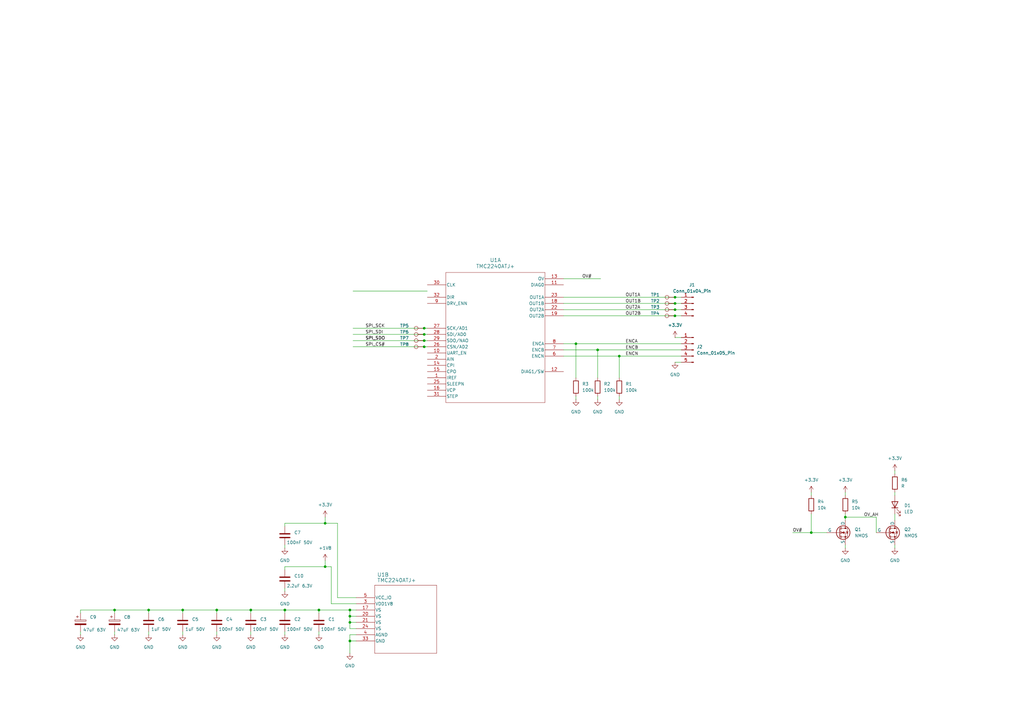
<source format=kicad_sch>
(kicad_sch (version 20250114) (generator "eeschema") (generator_version "9.0")
  (paper "A3")
  (lib_symbols
    (symbol "Connector:Conn_01x04_Pin" (pin_names (offset 1.016) (hide yes))
      (property "Reference" "J" (at 0 5.08 0))
      (property "Value" "Conn_01x04_Pin" (at 0 -7.62 0))
      (symbol "Conn_01x04_Pin_1_1"
        (rectangle (start 0.8636 2.667) (end 0 2.413) (stroke (width 0.1524)) (fill (type outline)))
        (rectangle (start 0.8636 0.127) (end 0 -0.127) (stroke (width 0.1524)) (fill (type outline)))
        (rectangle (start 0.8636 -2.413) (end 0 -2.667) (stroke (width 0.1524)) (fill (type outline)))
        (rectangle (start 0.8636 -4.953) (end 0 -5.207) (stroke (width 0.1524)) (fill (type outline)))
        (polyline (pts (xy 1.27 2.54) (xy 0.8636 2.54)) (stroke (width 0.1524)))
        (polyline (pts (xy 1.27 0) (xy 0.8636 0)) (stroke (width 0.1524)))
        (polyline (pts (xy 1.27 -2.54) (xy 0.8636 -2.54)) (stroke (width 0.1524)))
        (polyline (pts (xy 1.27 -5.08) (xy 0.8636 -5.08)) (stroke (width 0.1524)))
        (pin passive line (at 5.08 2.54 180) (length 3.81) (name "Pin_1") (number "1"))
        (pin passive line (at 5.08 0 180) (length 3.81) (name "Pin_2") (number "2"))
        (pin passive line (at 5.08 -2.54 180) (length 3.81) (name "Pin_3") (number "3"))
        (pin passive line (at 5.08 -5.08 180) (length 3.81) (name "Pin_4") (number "4"))
      )
    )
    (symbol "Connector:Conn_01x05_Pin" (pin_names (offset 1.016) (hide yes))
      (property "Reference" "J" (at 0 7.62 0))
      (property "Value" "Conn_01x05_Pin" (at 0 -7.62 0))
      (symbol "Conn_01x05_Pin_1_1"
        (rectangle (start 0.8636 5.207) (end 0 4.953) (stroke (width 0.1524)) (fill (type outline)))
        (rectangle (start 0.8636 2.667) (end 0 2.413) (stroke (width 0.1524)) (fill (type outline)))
        (rectangle (start 0.8636 0.127) (end 0 -0.127) (stroke (width 0.1524)) (fill (type outline)))
        (rectangle (start 0.8636 -2.413) (end 0 -2.667) (stroke (width 0.1524)) (fill (type outline)))
        (rectangle (start 0.8636 -4.953) (end 0 -5.207) (stroke (width 0.1524)) (fill (type outline)))
        (polyline (pts (xy 1.27 5.08) (xy 0.8636 5.08)) (stroke (width 0.1524)))
        (polyline (pts (xy 1.27 2.54) (xy 0.8636 2.54)) (stroke (width 0.1524)))
        (polyline (pts (xy 1.27 0) (xy 0.8636 0)) (stroke (width 0.1524)))
        (polyline (pts (xy 1.27 -2.54) (xy 0.8636 -2.54)) (stroke (width 0.1524)))
        (polyline (pts (xy 1.27 -5.08) (xy 0.8636 -5.08)) (stroke (width 0.1524)))
        (pin passive line (at 5.08 5.08 180) (length 3.81) (name "Pin_1") (number "1"))
        (pin passive line (at 5.08 2.54 180) (length 3.81) (name "Pin_2") (number "2"))
        (pin passive line (at 5.08 0 180) (length 3.81) (name "Pin_3") (number "3"))
        (pin passive line (at 5.08 -2.54 180) (length 3.81) (name "Pin_4") (number "4"))
        (pin passive line (at 5.08 -5.08 180) (length 3.81) (name "Pin_5") (number "5"))
      )
    )
    (symbol "Connector:TestPoint" (pin_numbers (hide yes)) (pin_names (offset 0.762) (hide yes))
      (property "Reference" "TP" (at 0 6.858 0))
      (property "Value" "TestPoint" (at 0 5.08 0))
      (symbol "TestPoint_0_1"
        (circle (center 0 3.302) (radius 0.762))
      )
      (symbol "TestPoint_1_1"
        (pin passive line (at 0 0 90) (length 2.54) (name "1") (number "1"))
      )
    )
    (symbol "Device:C" (pin_numbers (hide yes)) (pin_names (offset 0.254))
      (property "Reference" "C" (at 0.635 2.54 0))
      (property "Value" "C" (at 0.635 -2.54 0))
      (symbol "C_0_1"
        (polyline (pts (xy -2.032 0.762) (xy 2.032 0.762)) (stroke (width 0.508)))
        (polyline (pts (xy -2.032 -0.762) (xy 2.032 -0.762)) (stroke (width 0.508)))
      )
      (symbol "C_1_1"
        (pin passive line (at 0 3.81 270) (length 2.794) (name "~") (number "1"))
        (pin passive line (at 0 -3.81 90) (length 2.794) (name "~") (number "2"))
      )
    )
    (symbol "Device:C_Polarized" (pin_numbers (hide yes)) (pin_names (offset 0.254))
      (property "Reference" "C" (at 0.635 2.54 0))
      (property "Value" "C_Polarized" (at 0.635 -2.54 0))
      (symbol "C_Polarized_0_1"
        (rectangle (start -2.286 0.508) (end 2.286 1.016))
        (polyline (pts (xy -1.778 2.286) (xy -0.762 2.286)))
        (polyline (pts (xy -1.27 2.794) (xy -1.27 1.778)))
        (rectangle (start 2.286 -0.508) (end -2.286 -1.016) (fill (type outline)))
      )
      (symbol "C_Polarized_1_1"
        (pin passive line (at 0 3.81 270) (length 2.794) (name "~") (number "1"))
        (pin passive line (at 0 -3.81 90) (length 2.794) (name "~") (number "2"))
      )
    )
    (symbol "Device:LED" (pin_numbers (hide yes)) (pin_names (offset 1.016) (hide yes))
      (property "Reference" "D" (at 0 2.54 0))
      (property "Value" "LED" (at 0 -2.54 0))
      (symbol "LED_0_1"
        (polyline (pts (xy -3.048 -0.762) (xy -4.572 -2.286) (xy -3.81 -2.286) (xy -4.572 -2.286) (xy -4.572 -1.524)))
        (polyline (pts (xy -1.778 -0.762) (xy -3.302 -2.286) (xy -2.54 -2.286) (xy -3.302 -2.286) (xy -3.302 -1.524)))
        (polyline (pts (xy -1.27 0) (xy 1.27 0)))
        (polyline (pts (xy -1.27 -1.27) (xy -1.27 1.27)) (stroke (width 0.254)))
        (polyline (pts (xy 1.27 -1.27) (xy 1.27 1.27) (xy -1.27 0) (xy 1.27 -1.27)) (stroke (width 0.254)))
      )
      (symbol "LED_1_1"
        (pin passive line (at -3.81 0 0) (length 2.54) (name "K") (number "1"))
        (pin passive line (at 3.81 0 180) (length 2.54) (name "A") (number "2"))
      )
    )
    (symbol "Device:R" (pin_numbers (hide yes)) (pin_names (offset 0))
      (property "Reference" "R" (at 2.032 0 90))
      (property "Value" "R" (at 0 0 90))
      (symbol "R_0_1"
        (rectangle (start -1.016 -2.54) (end 1.016 2.54) (stroke (width 0.254)))
      )
      (symbol "R_1_1"
        (pin passive line (at 0 3.81 270) (length 1.27) (name "~") (number "1"))
        (pin passive line (at 0 -3.81 90) (length 1.27) (name "~") (number "2"))
      )
    )
    (symbol "Simulation_SPICE:NMOS" (pin_numbers (hide yes)) (pin_names (offset 0))
      (property "Reference" "Q" (at 5.08 1.27 0))
      (property "Value" "NMOS" (at 5.08 -1.27 0))
      (symbol "NMOS_0_1"
        (polyline (pts (xy 0.254 1.905) (xy 0.254 -1.905)) (stroke (width 0.254)))
        (polyline (pts (xy 0.254 0) (xy -2.54 0)))
        (polyline (pts (xy 0.762 2.286) (xy 0.762 1.27)) (stroke (width 0.254)))
        (polyline (pts (xy 0.762 0.508) (xy 0.762 -0.508)) (stroke (width 0.254)))
        (polyline (pts (xy 0.762 -1.27) (xy 0.762 -2.286)) (stroke (width 0.254)))
        (polyline (pts (xy 0.762 -1.778) (xy 3.302 -1.778) (xy 3.302 1.778) (xy 0.762 1.778)))
        (polyline (pts (xy 1.016 0) (xy 2.032 0.381) (xy 2.032 -0.381) (xy 1.016 0)) (fill (type outline)))
        (circle (center 1.651 0) (radius 2.794) (stroke (width 0.254)))
        (polyline (pts (xy 2.54 2.54) (xy 2.54 1.778)))
        (circle (center 2.54 1.778) (radius 0.254) (fill (type outline)))
        (circle (center 2.54 -1.778) (radius 0.254) (fill (type outline)))
        (polyline (pts (xy 2.54 -2.54) (xy 2.54 0) (xy 0.762 0)))
        (polyline (pts (xy 2.794 0.508) (xy 2.921 0.381) (xy 3.683 0.381) (xy 3.81 0.254)))
        (polyline (pts (xy 3.302 0.381) (xy 2.921 -0.254) (xy 3.683 -0.254) (xy 3.302 0.381)))
      )
      (symbol "NMOS_1_1"
        (pin input line (at -5.08 0 0) (length 2.54) (name "G") (number "2"))
        (pin passive line (at 2.54 5.08 270) (length 2.54) (name "D") (number "1"))
        (pin passive line (at 2.54 -5.08 90) (length 2.54) (name "S") (number "3"))
      )
    )
    (symbol "TMC2240ATJ+_1" (pin_names (offset 0.254))
      (property "Reference" "U" (at 27.94 10.16 0))
      (property "Value" "TMC2240ATJ+" (at 27.94 7.62 0))
      (symbol "TMC2240ATJ+_1_1_1"
        (polyline (pts (xy 7.62 5.08) (xy 7.62 -48.26)) (stroke (width 0.127)))
        (polyline (pts (xy 7.62 -48.26) (xy 48.26 -48.26)) (stroke (width 0.127)))
        (polyline (pts (xy 48.26 5.08) (xy 7.62 5.08)) (stroke (width 0.127)))
        (polyline (pts (xy 48.26 -48.26) (xy 48.26 5.08)) (stroke (width 0.127)))
        (pin input line (at 0 0 0) (length 7.62) (name "CLK") (number "30"))
        (pin input line (at 0 -5.08 0) (length 7.62) (name "DIR") (number "32"))
        (pin input line (at 0 -7.62 0) (length 7.62) (name "DRV_ENN") (number "9"))
        (pin input line (at 0 -17.78 0) (length 7.62) (name "SCK/AD1") (number "27"))
        (pin input line (at 0 -20.32 0) (length 7.62) (name "SDI/AD0") (number "28"))
        (pin output line (at 0 -22.86 0) (length 7.62) (name "SDO/NAO") (number "29"))
        (pin input line (at 0 -25.4 0) (length 7.62) (name "CSN/AD2") (number "26"))
        (pin input line (at 0 -27.94 0) (length 7.62) (name "UART_EN") (number "10"))
        (pin unspecified line (at 0 -30.48 0) (length 7.62) (name "AIN") (number "2"))
        (pin unspecified line (at 0 -33.02 0) (length 7.62) (name "CPI") (number "14"))
        (pin unspecified line (at 0 -35.56 0) (length 7.62) (name "CPO") (number "15"))
        (pin unspecified line (at 0 -38.1 0) (length 7.62) (name "IREF") (number "1"))
        (pin unspecified line (at 0 -40.64 0) (length 7.62) (name "SLEEPN") (number "25"))
        (pin unspecified line (at 0 -43.18 0) (length 7.62) (name "VCP") (number "16"))
        (pin input line (at 0 -45.72 0) (length 7.62) (name "STEP") (number "31"))
        (pin output line (at 55.88 2.54 180) (length 7.62) (name "OV") (number "13"))
        (pin output line (at 55.88 0 180) (length 7.62) (name "DIAG0") (number "11"))
        (pin unspecified line (at 55.88 -5.08 180) (length 7.62) (name "OUT1A") (number "23"))
        (pin unspecified line (at 55.88 -7.62 180) (length 7.62) (name "OUT1B") (number "18"))
        (pin unspecified line (at 55.88 -10.16 180) (length 7.62) (name "OUT2A") (number "22"))
        (pin unspecified line (at 55.88 -12.7 180) (length 7.62) (name "OUT2B") (number "19"))
        (pin input line (at 55.88 -24.13 180) (length 7.62) (name "ENCA") (number "8"))
        (pin input line (at 55.88 -26.67 180) (length 7.62) (name "ENCB") (number "7"))
        (pin input line (at 55.88 -29.21 180) (length 7.62) (name "ENCN") (number "6"))
        (pin bidirectional line (at 55.88 -35.56 180) (length 7.62) (name "DIAG1/SW") (number "12"))
      )
      (symbol "TMC2240ATJ+_1_2_1"
        (polyline (pts (xy 7.62 5.08) (xy 7.62 -22.86)) (stroke (width 0.127)))
        (polyline (pts (xy 7.62 -22.86) (xy 33.02 -22.86)) (stroke (width 0.127)))
        (polyline (pts (xy 33.02 5.08) (xy 7.62 5.08)) (stroke (width 0.127)))
        (polyline (pts (xy 33.02 -22.86) (xy 33.02 5.08)) (stroke (width 0.127)))
        (pin power_in line (at 0 0 0) (length 7.62) (name "VCC_IO") (number "5"))
        (pin power_in line (at 0 -2.54 0) (length 7.62) (name "VDD1V8") (number "3"))
        (pin power_in line (at 0 -5.08 0) (length 7.62) (name "VS") (number "17"))
        (pin power_in line (at 0 -7.62 0) (length 7.62) (name "VS") (number "20"))
        (pin power_in line (at 0 -10.16 0) (length 7.62) (name "VS") (number "21"))
        (pin power_in line (at 0 -12.7 0) (length 7.62) (name "VS") (number "24"))
        (pin power_out line (at 0 -15.24 0) (length 7.62) (name "AGND") (number "4"))
        (pin power_out line (at 0 -17.78 0) (length 7.62) (name "GND") (number "33"))
      )
    )
    (symbol "TMC2240ATJ:TMC2240ATJ+" (pin_names (offset 0.254))
      (property "Reference" "U" (at 27.94 10.16 0))
      (property "Value" "TMC2240ATJ+" (at 27.94 7.62 0))
      (symbol "TMC2240ATJ+_1_1"
        (polyline (pts (xy 7.62 5.08) (xy 7.62 -48.26)) (stroke (width 0.127)))
        (polyline (pts (xy 7.62 -48.26) (xy 48.26 -48.26)) (stroke (width 0.127)))
        (polyline (pts (xy 48.26 5.08) (xy 7.62 5.08)) (stroke (width 0.127)))
        (polyline (pts (xy 48.26 -48.26) (xy 48.26 5.08)) (stroke (width 0.127)))
        (pin input line (at 0 0 0) (length 7.62) (name "CLK") (number "30"))
        (pin input line (at 0 -2.54 0) (length 7.62) (name "CSN/AD2") (number "26"))
        (pin input line (at 0 -5.08 0) (length 7.62) (name "DIR") (number "32"))
        (pin input line (at 0 -7.62 0) (length 7.62) (name "DRV_ENN") (number "9"))
        (pin input line (at 0 -10.16 0) (length 7.62) (name "ENCA") (number "8"))
        (pin input line (at 0 -12.7 0) (length 7.62) (name "ENCB") (number "7"))
        (pin input line (at 0 -15.24 0) (length 7.62) (name "ENCN") (number "6"))
        (pin input line (at 0 -17.78 0) (length 7.62) (name "SCK/AD1") (number "27"))
        (pin input line (at 0 -20.32 0) (length 7.62) (name "SDI/AD0") (number "28"))
        (pin input line (at 0 -22.86 0) (length 7.62) (name "STEP") (number "31"))
        (pin input line (at 0 -25.4 0) (length 7.62) (name "UART_EN") (number "10"))
        (pin unspecified line (at 0 -30.48 0) (length 7.62) (name "AIN") (number "2"))
        (pin unspecified line (at 0 -33.02 0) (length 7.62) (name "CPI") (number "14"))
        (pin unspecified line (at 0 -35.56 0) (length 7.62) (name "CPO") (number "15"))
        (pin unspecified line (at 0 -38.1 0) (length 7.62) (name "IREF") (number "1"))
        (pin unspecified line (at 0 -40.64 0) (length 7.62) (name "SLEEPN") (number "25"))
        (pin unspecified line (at 0 -43.18 0) (length 7.62) (name "VCP") (number "16"))
        (pin output line (at 55.88 0 180) (length 7.62) (name "DIAG0") (number "11"))
        (pin unspecified line (at 55.88 -5.08 180) (length 7.62) (name "OUT1A") (number "23"))
        (pin unspecified line (at 55.88 -7.62 180) (length 7.62) (name "OUT1B") (number "18"))
        (pin unspecified line (at 55.88 -12.7 180) (length 7.62) (name "OUT2A") (number "22"))
        (pin unspecified line (at 55.88 -15.24 180) (length 7.62) (name "OUT2B") (number "19"))
        (pin output line (at 55.88 -17.78 180) (length 7.62) (name "OV") (number "13"))
        (pin output line (at 55.88 -20.32 180) (length 7.62) (name "SDO/NAO") (number "29"))
        (pin bidirectional line (at 55.88 -25.4 180) (length 7.62) (name "DIAG1/SW") (number "12"))
      )
      (symbol "TMC2240ATJ+_2_1"
        (polyline (pts (xy 7.62 5.08) (xy 7.62 -22.86)) (stroke (width 0.127)))
        (polyline (pts (xy 7.62 -22.86) (xy 33.02 -22.86)) (stroke (width 0.127)))
        (polyline (pts (xy 33.02 5.08) (xy 7.62 5.08)) (stroke (width 0.127)))
        (polyline (pts (xy 33.02 -22.86) (xy 33.02 5.08)) (stroke (width 0.127)))
        (pin power_in line (at 0 0 0) (length 7.62) (name "VCC_IO") (number "5"))
        (pin power_in line (at 0 -2.54 0) (length 7.62) (name "VDD1V8") (number "3"))
        (pin power_in line (at 0 -5.08 0) (length 7.62) (name "VS") (number "17"))
        (pin power_in line (at 0 -7.62 0) (length 7.62) (name "VS") (number "20"))
        (pin power_in line (at 0 -10.16 0) (length 7.62) (name "VS") (number "21"))
        (pin power_in line (at 0 -12.7 0) (length 7.62) (name "VS") (number "24"))
        (pin power_out line (at 0 -15.24 0) (length 7.62) (name "AGND") (number "4"))
        (pin power_out line (at 0 -17.78 0) (length 7.62) (name "GND") (number "33"))
      )
    )
    (symbol "power:+1V8" (power) (pin_numbers (hide yes)) (pin_names (offset 0) (hide yes))
      (property "Value" "+1V8" (at 0 3.556 0))
      (symbol "+1V8_0_1"
        (polyline (pts (xy -0.762 1.27) (xy 0 2.54)))
        (polyline (pts (xy 0 2.54) (xy 0.762 1.27)))
        (polyline (pts (xy 0 0) (xy 0 2.54)))
      )
      (symbol "+1V8_1_1"
        (pin power_in line (at 0 0 90) (length 0) (name "~") (number "1"))
      )
    )
    (symbol "power:+3.3V" (power) (pin_numbers (hide yes)) (pin_names (offset 0) (hide yes))
      (property "Value" "+3.3V" (at 0 3.556 0))
      (symbol "+3.3V_0_1"
        (polyline (pts (xy -0.762 1.27) (xy 0 2.54)))
        (polyline (pts (xy 0 2.54) (xy 0.762 1.27)))
        (polyline (pts (xy 0 0) (xy 0 2.54)))
      )
      (symbol "+3.3V_1_1"
        (pin power_in line (at 0 0 90) (length 0) (name "~") (number "1"))
      )
    )
    (symbol "power:GND" (power) (pin_numbers (hide yes)) (pin_names (offset 0) (hide yes))
      (property "Value" "GND" (at 0 -3.81 0))
      (symbol "GND_0_1"
        (polyline (pts (xy 0 0) (xy 0 -1.27) (xy 1.27 -1.27) (xy 0 -2.54) (xy -1.27 -1.27) (xy 0 -1.27)))
      )
      (symbol "GND_1_1"
        (pin power_in line (at 0 0 270) (length 0) (name "~") (number "1"))
      )
    )
  )
  (junction (at 276.86 124.46))
  (junction (at 332.74 218.44))
  (junction (at 346.71 212.09))
  (junction (at 60.96 250.19))
  (junction (at 143.51 250.19))
  (junction (at 245.11 143.51))
  (junction (at 133.35 232.41))
  (junction (at 102.87 250.19))
  (junction (at 173.99 137.16))
  (junction (at 173.99 142.24))
  (junction (at 46.99 250.19))
  (junction (at 130.81 250.19))
  (junction (at 88.9 250.19))
  (junction (at 276.86 121.92))
  (junction (at 236.22 140.97))
  (junction (at 276.86 127))
  (junction (at 173.99 134.62))
  (junction (at 133.35 214.63))
  (junction (at 143.51 262.89))
  (junction (at 116.84 250.19))
  (junction (at 173.99 139.7))
  (junction (at 143.51 252.73))
  (junction (at 74.93 250.19))
  (junction (at 254 146.05))
  (junction (at 276.8206 129.54))
  (junction (at 143.51 255.27))
  (wire (pts (xy 143.51 252.73) (xy 143.51 255.27)))
  (wire (pts (xy 143.51 257.81) (xy 146.05 257.81)))
  (wire (pts (xy 332.74 218.44) (xy 339.09 218.44)))
  (wire (pts (xy 88.9 250.19) (xy 88.9 251.46)))
  (wire (pts (xy 144.78 139.7) (xy 173.99 139.7)))
  (wire (pts (xy 116.84 250.19) (xy 116.84 251.46)))
  (wire (pts (xy 236.22 140.97) (xy 279.4 140.97)))
  (wire (pts (xy 130.81 250.19) (xy 130.81 251.46)))
  (wire (pts (xy 74.93 250.19) (xy 74.93 251.46)))
  (wire (pts (xy 133.35 214.63) (xy 138.43 214.63)))
  (wire (pts (xy 135.89 247.65) (xy 146.05 247.65)))
  (wire (pts (xy 133.35 229.87) (xy 133.35 232.41)))
  (wire (pts (xy 60.96 250.19) (xy 74.93 250.19)))
  (wire (pts (xy 33.02 250.19) (xy 33.02 251.46)))
  (wire (pts (xy 231.14 127) (xy 276.86 127)))
  (wire (pts (xy 102.87 250.19) (xy 116.84 250.19)))
  (wire (pts (xy 245.11 143.51) (xy 279.4 143.51)))
  (wire (pts (xy 88.9 259.08) (xy 88.9 260.35)))
  (wire (pts (xy 367.03 210.82) (xy 367.03 213.36)))
  (wire (pts (xy 144.78 142.24) (xy 173.99 142.24)))
  (wire (pts (xy 60.96 250.19) (xy 60.96 251.46)))
  (wire (pts (xy 116.84 232.41) (xy 133.35 232.41)))
  (wire (pts (xy 144.78 137.16) (xy 173.99 137.16)))
  (wire (pts (xy 254 146.05) (xy 279.4 146.05)))
  (wire (pts (xy 173.99 134.62) (xy 175.26 134.62)))
  (wire (pts (xy 138.43 245.11) (xy 146.05 245.11)))
  (wire (pts (xy 135.89 232.41) (xy 135.89 247.65)))
  (wire (pts (xy 116.84 232.41) (xy 116.84 233.68)))
  (wire (pts (xy 130.81 250.19) (xy 143.51 250.19)))
  (wire (pts (xy 367.03 223.52) (xy 367.03 224.79)))
  (wire (pts (xy 33.02 250.19) (xy 46.99 250.19)))
  (wire (pts (xy 143.51 262.89) (xy 143.51 267.97)))
  (wire (pts (xy 346.71 201.93) (xy 346.71 203.2)))
  (wire (pts (xy 359.41 212.09) (xy 346.71 212.09)))
  (wire (pts (xy 144.78 119.38) (xy 175.26 119.38)))
  (wire (pts (xy 116.84 259.08) (xy 116.84 260.35)))
  (wire (pts (xy 332.74 201.93) (xy 332.74 203.2)))
  (wire (pts (xy 279.4 138.43) (xy 276.86 138.43)))
  (wire (pts (xy 173.99 137.16) (xy 175.26 137.16)))
  (wire (pts (xy 245.11 162.56) (xy 245.11 163.83)))
  (wire (pts (xy 173.99 142.24) (xy 175.26 142.24)))
  (wire (pts (xy 74.93 250.19) (xy 88.9 250.19)))
  (wire (pts (xy 146.05 260.35) (xy 143.51 260.35)))
  (wire (pts (xy 60.96 259.08) (xy 60.96 260.35)))
  (wire (pts (xy 236.22 140.97) (xy 236.22 154.94)))
  (wire (pts (xy 102.87 259.08) (xy 102.87 260.35)))
  (wire (pts (xy 346.71 212.09) (xy 346.71 213.36)))
  (wire (pts (xy 367.03 201.93) (xy 367.03 203.2)))
  (wire (pts (xy 231.14 121.92) (xy 276.86 121.92)))
  (wire (pts (xy 231.14 129.54) (xy 276.8206 129.54)))
  (wire (pts (xy 236.22 162.56) (xy 236.22 163.83)))
  (wire (pts (xy 46.99 250.19) (xy 60.96 250.19)))
  (wire (pts (xy 325.12 218.44) (xy 332.74 218.44)))
  (wire (pts (xy 74.93 259.08) (xy 74.93 260.35)))
  (wire (pts (xy 46.99 250.19) (xy 46.99 251.46)))
  (wire (pts (xy 102.87 250.19) (xy 102.87 251.46)))
  (wire (pts (xy 143.51 250.19) (xy 146.05 250.19)))
  (wire (pts (xy 130.81 259.08) (xy 130.81 260.35)))
  (wire (pts (xy 346.71 223.52) (xy 346.71 224.79)))
  (wire (pts (xy 143.51 252.73) (xy 146.05 252.73)))
  (wire (pts (xy 254 162.56) (xy 254 163.83)))
  (wire (pts (xy 116.84 214.63) (xy 133.35 214.63)))
  (wire (pts (xy 116.84 214.63) (xy 116.84 215.9)))
  (wire (pts (xy 231.14 143.51) (xy 245.11 143.51)))
  (wire (pts (xy 332.74 210.82) (xy 332.74 218.44)))
  (wire (pts (xy 116.84 241.3) (xy 116.84 242.57)))
  (wire (pts (xy 367.03 193.04) (xy 367.03 194.31)))
  (wire (pts (xy 116.84 250.19) (xy 130.81 250.19)))
  (wire (pts (xy 143.51 255.27) (xy 146.05 255.27)))
  (wire (pts (xy 276.86 127) (xy 279.4 127)))
  (wire (pts (xy 46.99 259.08) (xy 46.99 260.35)))
  (wire (pts (xy 254 146.05) (xy 254 154.94)))
  (wire (pts (xy 359.41 218.44) (xy 359.41 212.09)))
  (wire (pts (xy 116.84 223.52) (xy 116.84 224.79)))
  (wire (pts (xy 143.51 255.27) (xy 143.51 257.81)))
  (wire (pts (xy 245.11 143.51) (xy 245.11 154.94)))
  (wire (pts (xy 346.71 210.82) (xy 346.71 212.09)))
  (wire (pts (xy 276.86 148.59) (xy 279.4 148.59)))
  (wire (pts (xy 133.35 212.09) (xy 133.35 214.63)))
  (wire (pts (xy 133.35 232.41) (xy 135.89 232.41)))
  (wire (pts (xy 138.43 214.63) (xy 138.43 245.11)))
  (wire (pts (xy 231.14 114.3) (xy 246.38 114.3)))
  (wire (pts (xy 143.51 250.19) (xy 143.51 252.73)))
  (wire (pts (xy 276.86 124.46) (xy 279.4 124.46)))
  (wire (pts (xy 144.78 134.62) (xy 173.99 134.62)))
  (wire (pts (xy 276.8206 129.54) (xy 279.4 129.54)))
  (wire (pts (xy 276.86 121.92) (xy 279.4 121.92)))
  (wire (pts (xy 33.02 259.08) (xy 33.02 260.35)))
  (wire (pts (xy 231.14 146.05) (xy 254 146.05)))
  (wire (pts (xy 173.99 139.7) (xy 175.26 139.7)))
  (wire (pts (xy 231.14 124.46) (xy 276.86 124.46)))
  (wire (pts (xy 231.14 140.97) (xy 236.22 140.97)))
  (wire (pts (xy 143.51 262.89) (xy 146.05 262.89)))
  (wire (pts (xy 88.9 250.19) (xy 102.87 250.19)))
  (wire (pts (xy 143.51 260.35) (xy 143.51 262.89)))
  (label "SPI_SDO" (at 149.86 139.7 0))
  (label "SPI_CS#" (at 149.86 142.24 0))
  (label "OUT2B" (at 256.54 129.54 0))
  (label "SPI_SCK" (at 149.86 134.62 0))
  (label "ENCA" (at 256.54 140.97 0))
  (label "ENCB" (at 256.54 143.51 0))
  (label "OV#" (at 238.76 114.3 0))
  (label "OV_AH" (at 354.33 212.09 0))
  (label "ENCN" (at 256.54 146.05 0))
  (label "OUT1B" (at 256.54 124.46 0))
  (label "SPI_SDI" (at 149.86 137.16 0))
  (label "OUT1A" (at 256.54 121.92 0))
  (label "OV#" (at 325.12 218.44 0))
  (label "OUT2A" (at 256.54 127 0))
  (label "SPI_SDO" (at 149.86 139.7 0))
  (symbol (lib_id "Device:C") (at 102.87 255.27 0) (unit 1)
    (property "Reference" "C3" (at 106.68 253.9999 0) (effects (justify left)))
    (property "Value" "100nF 50V" (at 103.632 258.064 0) (effects (justify left)))
    (property "Description" "Unpolarized capacitor" (effects (hide yes)))
  )
  (symbol (lib_id "power:GND") (at 116.84 260.35 0) (unit 1)
    (property "Reference" "#PWR03" (effects (hide yes)))
    (property "Value" "GND" (at 116.84 265.43 0))
    (property "Description" "Power symbol creates a global label with name \"GND\" , ground" (effects (hide yes)))
  )
  (symbol (lib_id "Connector:TestPoint") (at 173.99 134.62 90) (unit 1)
    (property "Reference" "TP5" (at 165.862 133.604 90))
    (property "Value" "TestPoint" (effects (hide yes)))
    (property "Description" "test point" (effects (hide yes)))
  )
  (symbol (lib_id "power:GND") (at 143.51 267.97 0) (unit 1)
    (property "Reference" "#PWR01" (effects (hide yes)))
    (property "Value" "GND" (at 143.51 273.05 0))
    (property "Description" "Power symbol creates a global label with name \"GND\" , ground" (effects (hide yes)))
  )
  (symbol (lib_id "Device:C") (at 116.84 219.71 0) (unit 1)
    (property "Reference" "C7" (at 120.65 218.4399 0) (effects (justify left)))
    (property "Value" "100nF 50V" (at 117.602 222.504 0) (effects (justify left)))
    (property "Description" "Unpolarized capacitor" (effects (hide yes)))
  )
  (symbol (lib_id "Device:R") (at 346.71 207.01 0) (unit 1)
    (property "Reference" "R5" (at 349.25 205.7399 0) (effects (justify left)))
    (property "Value" "10k" (at 349.25 208.2799 0) (effects (justify left)))
    (property "Description" "Resistor" (effects (hide yes)))
  )
  (symbol (lib_id "Device:C") (at 88.9 255.27 0) (unit 1)
    (property "Reference" "C4" (at 92.71 253.9999 0) (effects (justify left)))
    (property "Value" "100nF 50V" (at 89.662 258.064 0) (effects (justify left)))
    (property "Description" "Unpolarized capacitor" (effects (hide yes)))
  )
  (symbol (lib_id "Device:C") (at 116.84 237.49 0) (unit 1)
    (property "Reference" "C10" (at 120.65 236.2199 0) (effects (justify left)))
    (property "Value" "2.2uF 6.3V" (at 117.602 240.284 0) (effects (justify left)))
    (property "Description" "Unpolarized capacitor" (effects (hide yes)))
  )
  (symbol (lib_id "power:GND") (at 245.11 163.83 0) (unit 1)
    (property "Reference" "#PWR017" (effects (hide yes)))
    (property "Value" "GND" (at 245.11 168.91 0))
    (property "Description" "Power symbol creates a global label with name \"GND\" , ground" (effects (hide yes)))
  )
  (symbol (lib_id "Device:C_Polarized") (at 46.99 255.27 0) (unit 1)
    (property "Reference" "C8" (at 50.8 253.1109 0) (effects (justify left)))
    (property "Value" "47uF 63V" (at 48.006 258.318 0) (effects (justify left)))
    (property "Description" "Polarized capacitor" (effects (hide yes)))
  )
  (symbol (lib_id "power:+1V8") (at 133.35 229.87 0) (unit 1)
    (property "Reference" "#PWR08" (effects (hide yes)))
    (property "Value" "+1V8" (at 133.35 224.79 0))
    (property "Description" "Power symbol creates a global label with name \"+1V8\"" (effects (hide yes)))
  )
  (symbol (lib_id "Connector:TestPoint") (at 173.99 139.7 90) (unit 1)
    (property "Reference" "TP7" (at 165.862 138.684 90))
    (property "Value" "TestPoint" (effects (hide yes)))
    (property "Description" "test point" (effects (hide yes)))
  )
  (symbol (lib_id "Device:R") (at 236.22 158.75 0) (unit 1)
    (property "Reference" "R3" (at 238.76 157.4799 0) (effects (justify left)))
    (property "Value" "100k" (at 238.76 160.0199 0) (effects (justify left)))
    (property "Description" "Resistor" (effects (hide yes)))
  )
  (symbol (lib_id "Device:C") (at 74.93 255.27 0) (unit 1)
    (property "Reference" "C5" (at 78.74 253.9999 0) (effects (justify left)))
    (property "Value" "1uF 50V" (at 75.946 258.064 0) (effects (justify left)))
    (property "Description" "Unpolarized capacitor" (effects (hide yes)))
  )
  (symbol (lib_id "Connector:Conn_01x04_Pin") (at 284.48 124.46 0) (mirror y) (unit 1)
    (property "Reference" "J1" (at 283.845 116.84 0))
    (property "Value" "Conn_01x04_Pin" (at 283.845 119.38 0))
    (property "Description" "Generic connector, single row, 01x04, script generated" (effects (hide yes)))
  )
  (symbol (lib_id "power:+3.3V") (at 332.74 201.93 0) (unit 1)
    (property "Reference" "#PWR019" (effects (hide yes)))
    (property "Value" "+3.3V" (at 332.74 196.85 0))
    (property "Description" "Power symbol creates a global label with name \"+3.3V\"" (effects (hide yes)))
  )
  (symbol (lib_id "power:GND") (at 116.84 242.57 0) (unit 1)
    (property "Reference" "#PWR05" (effects (hide yes)))
    (property "Value" "GND" (at 116.84 247.65 0))
    (property "Description" "Power symbol creates a global label with name \"GND\" , ground" (effects (hide yes)))
  )
  (symbol (lib_id "Device:R") (at 332.74 207.01 0) (unit 1)
    (property "Reference" "R4" (at 335.28 205.7399 0) (effects (justify left)))
    (property "Value" "10k" (at 335.28 208.2799 0) (effects (justify left)))
    (property "Description" "Resistor" (effects (hide yes)))
  )
  (symbol (lib_id "Connector:TestPoint") (at 173.99 137.16 90) (unit 1)
    (property "Reference" "TP6" (at 165.862 136.144 90))
    (property "Value" "TestPoint" (effects (hide yes)))
    (property "Description" "test point" (effects (hide yes)))
  )
  (symbol (lib_id "Device:R") (at 254 158.75 0) (unit 1)
    (property "Reference" "R1" (at 256.54 157.4799 0) (effects (justify left)))
    (property "Value" "100k" (at 256.54 160.0199 0) (effects (justify left)))
    (property "Description" "Resistor" (effects (hide yes)))
  )
  (symbol (lib_id "Device:C") (at 116.84 255.27 0) (unit 1)
    (property "Reference" "C2" (at 120.65 253.9999 0) (effects (justify left)))
    (property "Value" "100nF 50V" (at 117.602 258.064 0) (effects (justify left)))
    (property "Description" "Unpolarized capacitor" (effects (hide yes)))
  )
  (symbol (lib_id "power:GND") (at 116.84 224.79 0) (unit 1)
    (property "Reference" "#PWR04" (effects (hide yes)))
    (property "Value" "GND" (at 116.84 229.87 0))
    (property "Description" "Power symbol creates a global label with name \"GND\" , ground" (effects (hide yes)))
  )
  (symbol (lib_id "Connector:TestPoint") (at 173.99 142.24 90) (unit 1)
    (property "Reference" "TP8" (at 165.862 141.224 90))
    (property "Value" "TestPoint" (effects (hide yes)))
    (property "Description" "test point" (effects (hide yes)))
  )
  (symbol (lib_id "Connector:Conn_01x05_Pin") (at 284.48 143.51 0) (mirror y) (unit 1)
    (property "Reference" "J2" (at 285.75 142.2399 0) (effects (justify right)))
    (property "Value" "Conn_01x05_Pin" (at 285.75 144.7799 0) (effects (justify right)))
    (property "Description" "Generic connector, single row, 01x05, script generated" (effects (hide yes)))
  )
  (symbol (lib_id "Connector:TestPoint") (at 276.86 127 90) (unit 1)
    (property "Reference" "TP3" (at 268.732 125.984 90))
    (property "Value" "TestPoint" (effects (hide yes)))
    (property "Description" "test point" (effects (hide yes)))
  )
  (symbol (lib_name "TMC2240ATJ+_1") (lib_id "TMC2240ATJ:TMC2240ATJ+") (at 175.26 116.84 0) (unit 1)
    (property "Reference" "U1" (at 203.2 106.68 0) (effects (font (size 1.524 1.524))))
    (property "Value" "TMC2240ATJ+" (at 203.2 109.22 0) (effects (font (size 1.524 1.524))))
    (property "Footprint" "21-0140_T3255+5C_TRI" (effects (hide yes)))
    (property "Datasheet" "TMC2240ATJ+" (effects (hide yes)))
  )
  (symbol (lib_id "Device:C_Polarized") (at 33.02 255.27 0) (unit 1)
    (property "Reference" "C9" (at 36.83 253.1109 0) (effects (justify left)))
    (property "Value" "47uF 63V" (at 34.036 258.318 0) (effects (justify left)))
    (property "Description" "Polarized capacitor" (effects (hide yes)))
  )
  (symbol (lib_id "power:+3.3V") (at 346.71 201.93 0) (unit 1)
    (property "Reference" "#PWR020" (effects (hide yes)))
    (property "Value" "+3.3V" (at 346.71 196.85 0))
    (property "Description" "Power symbol creates a global label with name \"+3.3V\"" (effects (hide yes)))
  )
  (symbol (lib_id "Device:R") (at 245.11 158.75 0) (unit 1)
    (property "Reference" "R2" (at 247.65 157.4799 0) (effects (justify left)))
    (property "Value" "100k" (at 247.65 160.0199 0) (effects (justify left)))
    (property "Description" "Resistor" (effects (hide yes)))
  )
  (symbol (lib_id "power:GND") (at 346.71 224.79 0) (unit 1)
    (property "Reference" "#PWR022" (effects (hide yes)))
    (property "Value" "GND" (at 346.71 229.87 0))
    (property "Description" "Power symbol creates a global label with name \"GND\" , ground" (effects (hide yes)))
  )
  (symbol (lib_id "power:GND") (at 33.02 260.35 0) (unit 1)
    (property "Reference" "#PWR013" (effects (hide yes)))
    (property "Value" "GND" (at 33.02 265.43 0))
    (property "Description" "Power symbol creates a global label with name \"GND\" , ground" (effects (hide yes)))
  )
  (symbol (lib_id "Device:C") (at 130.81 255.27 0) (unit 1)
    (property "Reference" "C1" (at 134.62 253.9999 0) (effects (justify left)))
    (property "Value" "100nF 50V" (at 131.572 258.064 0) (effects (justify left)))
    (property "Description" "Unpolarized capacitor" (effects (hide yes)))
  )
  (symbol (lib_id "power:GND") (at 367.03 224.79 0) (unit 1)
    (property "Reference" "#PWR021" (effects (hide yes)))
    (property "Value" "GND" (at 367.03 229.87 0))
    (property "Description" "Power symbol creates a global label with name \"GND\" , ground" (effects (hide yes)))
  )
  (symbol (lib_id "Simulation_SPICE:NMOS") (at 364.49 218.44 0) (unit 1)
    (property "Reference" "Q2" (at 370.84 217.1699 0) (effects (justify left)))
    (property "Value" "NMOS" (at 370.84 219.7099 0) (effects (justify left)))
    (property "Datasheet" "https://ngspice.sourceforge.io/docs/ngspice-html-manual/manual.xhtml#cha_MOSFETs" (effects (hide yes)))
    (property "Description" "N-MOSFET transistor, drain/source/gate" (effects (hide yes)))
    (property "Sim.Device" "NMOS" (effects (hide yes)))
    (property "Sim.Type" "VDMOS" (effects (hide yes)))
    (property "Sim.Pins" "1=D 2=G 3=S" (effects (hide yes)))
  )
  (symbol (lib_id "power:GND") (at 88.9 260.35 0) (unit 1)
    (property "Reference" "#PWR011" (effects (hide yes)))
    (property "Value" "GND" (at 88.9 265.43 0))
    (property "Description" "Power symbol creates a global label with name \"GND\" , ground" (effects (hide yes)))
  )
  (symbol (lib_id "power:GND") (at 236.22 163.83 0) (unit 1)
    (property "Reference" "#PWR018" (effects (hide yes)))
    (property "Value" "GND" (at 236.22 168.91 0))
    (property "Description" "Power symbol creates a global label with name \"GND\" , ground" (effects (hide yes)))
  )
  (symbol (lib_id "power:GND") (at 102.87 260.35 0) (unit 1)
    (property "Reference" "#PWR010" (effects (hide yes)))
    (property "Value" "GND" (at 102.87 265.43 0))
    (property "Description" "Power symbol creates a global label with name \"GND\" , ground" (effects (hide yes)))
  )
  (symbol (lib_id "Device:C") (at 60.96 255.27 0) (unit 1)
    (property "Reference" "C6" (at 64.77 253.9999 0) (effects (justify left)))
    (property "Value" "1uF 50V" (at 61.976 258.064 0) (effects (justify left)))
    (property "Description" "Unpolarized capacitor" (effects (hide yes)))
  )
  (symbol (lib_id "power:GND") (at 276.86 148.59 0) (unit 1)
    (property "Reference" "#PWR015" (effects (hide yes)))
    (property "Value" "GND" (at 276.86 153.67 0))
    (property "Description" "Power symbol creates a global label with name \"GND\" , ground" (effects (hide yes)))
  )
  (symbol (lib_id "Device:LED") (at 367.03 207.01 90) (unit 1)
    (property "Reference" "D1" (at 370.84 207.3274 90) (effects (justify right)))
    (property "Value" "LED" (at 370.84 209.8674 90) (effects (justify right)))
    (property "Description" "Light emitting diode" (effects (hide yes)))
    (property "Sim.Pins" "1=K 2=A" (effects (hide yes)))
  )
  (symbol (lib_id "TMC2240ATJ:TMC2240ATJ+") (at 146.05 245.11 0) (unit 2)
    (property "Reference" "U1" (at 154.686 235.712 0) (effects (font (size 1.524 1.524)) (justify left)))
    (property "Value" "TMC2240ATJ+" (at 154.686 237.998 0) (effects (font (size 1.524 1.524)) (justify left)))
    (property "Footprint" "21-0140_T3255+5C_TRI" (effects (hide yes)))
    (property "Datasheet" "TMC2240ATJ+" (effects (hide yes)))
  )
  (symbol (lib_id "power:GND") (at 254 163.83 0) (unit 1)
    (property "Reference" "#PWR016" (effects (hide yes)))
    (property "Value" "GND" (at 254 168.91 0))
    (property "Description" "Power symbol creates a global label with name \"GND\" , ground" (effects (hide yes)))
  )
  (symbol (lib_id "Connector:TestPoint") (at 276.86 121.92 90) (unit 1)
    (property "Reference" "TP1" (at 268.732 120.904 90))
    (property "Value" "TestPoint" (effects (hide yes)))
    (property "Description" "test point" (effects (hide yes)))
  )
  (symbol (lib_id "Connector:TestPoint") (at 276.8206 129.54 90) (unit 1)
    (property "Reference" "TP4" (at 268.6926 128.524 90))
    (property "Value" "TestPoint" (effects (hide yes)))
    (property "Description" "test point" (effects (hide yes)))
  )
  (symbol (lib_id "power:GND") (at 130.81 260.35 0) (unit 1)
    (property "Reference" "#PWR02" (effects (hide yes)))
    (property "Value" "GND" (at 130.81 265.43 0))
    (property "Description" "Power symbol creates a global label with name \"GND\" , ground" (effects (hide yes)))
  )
  (symbol (lib_id "power:+3.3V") (at 276.86 138.43 0) (unit 1)
    (property "Reference" "#PWR014" (effects (hide yes)))
    (property "Value" "+3.3V" (at 276.86 133.35 0))
    (property "Description" "Power symbol creates a global label with name \"+3.3V\"" (effects (hide yes)))
  )
  (symbol (lib_id "power:GND") (at 60.96 260.35 0) (unit 1)
    (property "Reference" "#PWR07" (effects (hide yes)))
    (property "Value" "GND" (at 60.96 265.43 0))
    (property "Description" "Power symbol creates a global label with name \"GND\" , ground" (effects (hide yes)))
  )
  (symbol (lib_id "power:+3.3V") (at 133.35 212.09 0) (unit 1)
    (property "Reference" "#PWR09" (effects (hide yes)))
    (property "Value" "+3.3V" (at 133.35 207.01 0))
    (property "Description" "Power symbol creates a global label with name \"+3.3V\"" (effects (hide yes)))
  )
  (symbol (lib_id "power:GND") (at 46.99 260.35 0) (unit 1)
    (property "Reference" "#PWR012" (effects (hide yes)))
    (property "Value" "GND" (at 46.99 265.43 0))
    (property "Description" "Power symbol creates a global label with name \"GND\" , ground" (effects (hide yes)))
  )
  (symbol (lib_id "Simulation_SPICE:NMOS") (at 344.17 218.44 0) (unit 1)
    (property "Reference" "Q1" (at 350.52 217.1699 0) (effects (justify left)))
    (property "Value" "NMOS" (at 350.52 219.7099 0) (effects (justify left)))
    (property "Datasheet" "https://ngspice.sourceforge.io/docs/ngspice-html-manual/manual.xhtml#cha_MOSFETs" (effects (hide yes)))
    (property "Description" "N-MOSFET transistor, drain/source/gate" (effects (hide yes)))
    (property "Sim.Device" "NMOS" (effects (hide yes)))
    (property "Sim.Type" "VDMOS" (effects (hide yes)))
    (property "Sim.Pins" "1=D 2=G 3=S" (effects (hide yes)))
  )
  (symbol (lib_id "power:GND") (at 74.93 260.35 0) (unit 1)
    (property "Reference" "#PWR06" (effects (hide yes)))
    (property "Value" "GND" (at 74.93 265.43 0))
    (property "Description" "Power symbol creates a global label with name \"GND\" , ground" (effects (hide yes)))
  )
  (symbol (lib_id "power:+3.3V") (at 367.03 193.04 0) (unit 1)
    (property "Reference" "#PWR023" (effects (hide yes)))
    (property "Value" "+3.3V" (at 367.03 187.96 0))
    (property "Description" "Power symbol creates a global label with name \"+3.3V\"" (effects (hide yes)))
  )
  (symbol (lib_id "Device:R") (at 367.03 198.12 0) (unit 1)
    (property "Reference" "R6" (at 369.57 196.8499 0) (effects (justify left)))
    (property "Value" "R" (at 369.57 199.3899 0) (effects (justify left)))
    (property "Description" "Resistor" (effects (hide yes)))
  )
  (symbol (lib_id "Connector:TestPoint") (at 276.86 124.46 90) (unit 1)
    (property "Reference" "TP2" (at 268.732 123.444 90))
    (property "Value" "TestPoint" (effects (hide yes)))
    (property "Description" "test point" (effects (hide yes)))
  )
)
</source>
